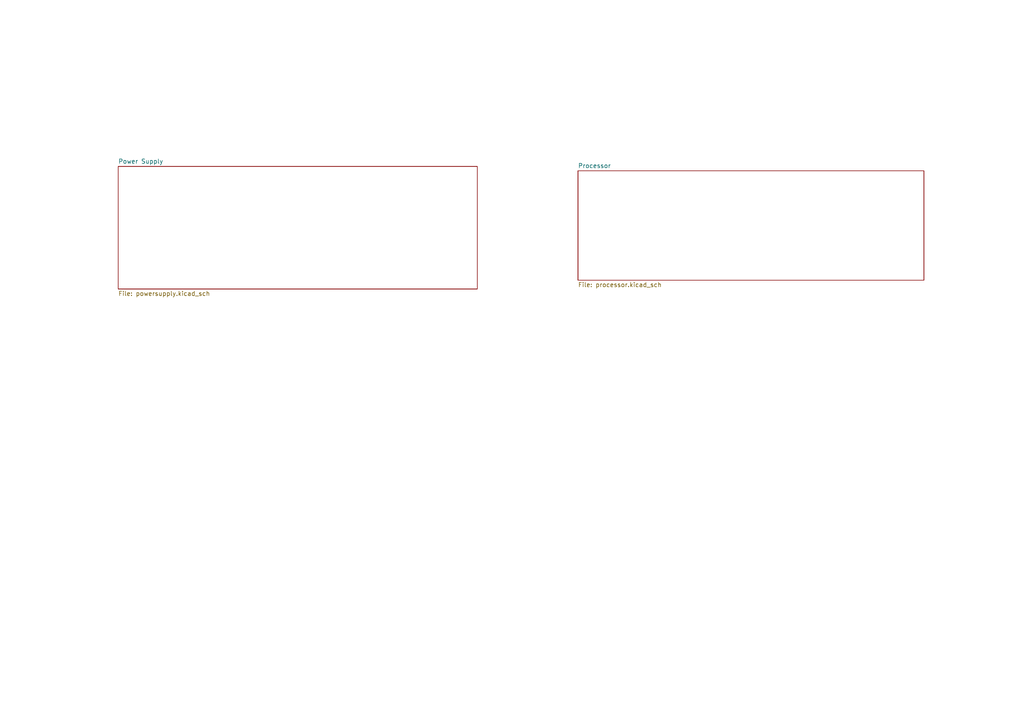
<source format=kicad_sch>
(kicad_sch (version 20230121) (generator eeschema)

  (uuid 1a7ff774-b73f-44dc-80af-cc4169dc627d)

  (paper "A4")

  (lib_symbols
  )


  (sheet (at 34.29 48.26) (size 104.14 35.56) (fields_autoplaced)
    (stroke (width 0.1524) (type solid))
    (fill (color 0 0 0 0.0000))
    (uuid 6680126b-7f85-43b7-9d8b-096577af4c5b)
    (property "Sheetname" "Power Supply" (at 34.29 47.5484 0)
      (effects (font (size 1.27 1.27)) (justify left bottom))
    )
    (property "Sheetfile" "powersupply.kicad_sch" (at 34.29 84.4046 0)
      (effects (font (size 1.27 1.27)) (justify left top))
    )
    (instances
      (project "Rangefinder"
        (path "/1a7ff774-b73f-44dc-80af-cc4169dc627d" (page "2"))
      )
    )
  )

  (sheet (at 167.64 49.53) (size 100.33 31.75) (fields_autoplaced)
    (stroke (width 0.1524) (type solid))
    (fill (color 0 0 0 0.0000))
    (uuid 767711bd-a3e4-4e6e-85d0-0a28927f2a79)
    (property "Sheetname" "Processor" (at 167.64 48.8184 0)
      (effects (font (size 1.27 1.27)) (justify left bottom))
    )
    (property "Sheetfile" "processor.kicad_sch" (at 167.64 81.8646 0)
      (effects (font (size 1.27 1.27)) (justify left top))
    )
    (instances
      (project "Rangefinder"
        (path "/1a7ff774-b73f-44dc-80af-cc4169dc627d" (page "3"))
      )
    )
  )

  (sheet_instances
    (path "/" (page "1"))
  )
)

</source>
